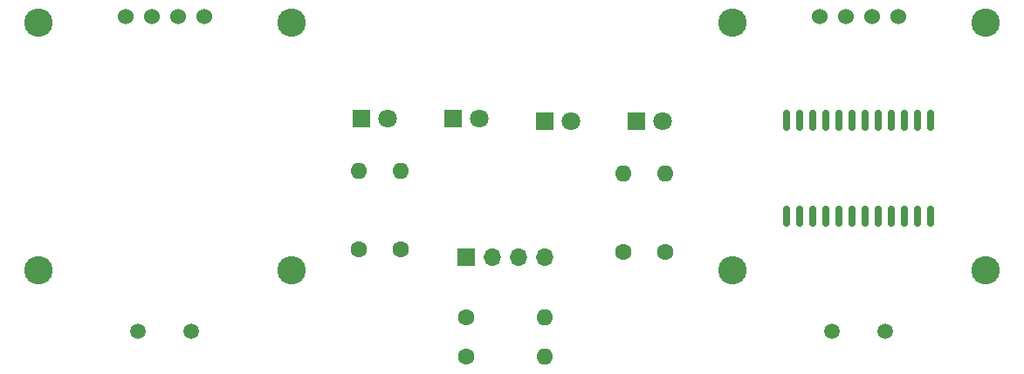
<source format=gbr>
%TF.GenerationSoftware,KiCad,Pcbnew,(6.0.5)*%
%TF.CreationDate,2022-08-06T13:23:44-04:00*%
%TF.ProjectId,RICM Greenpower Instrument Cluster,5249434d-2047-4726-9565-6e706f776572,rev?*%
%TF.SameCoordinates,Original*%
%TF.FileFunction,Soldermask,Bot*%
%TF.FilePolarity,Negative*%
%FSLAX46Y46*%
G04 Gerber Fmt 4.6, Leading zero omitted, Abs format (unit mm)*
G04 Created by KiCad (PCBNEW (6.0.5)) date 2022-08-06 13:23:44*
%MOMM*%
%LPD*%
G01*
G04 APERTURE LIST*
G04 Aperture macros list*
%AMRoundRect*
0 Rectangle with rounded corners*
0 $1 Rounding radius*
0 $2 $3 $4 $5 $6 $7 $8 $9 X,Y pos of 4 corners*
0 Add a 4 corners polygon primitive as box body*
4,1,4,$2,$3,$4,$5,$6,$7,$8,$9,$2,$3,0*
0 Add four circle primitives for the rounded corners*
1,1,$1+$1,$2,$3*
1,1,$1+$1,$4,$5*
1,1,$1+$1,$6,$7*
1,1,$1+$1,$8,$9*
0 Add four rect primitives between the rounded corners*
20,1,$1+$1,$2,$3,$4,$5,0*
20,1,$1+$1,$4,$5,$6,$7,0*
20,1,$1+$1,$6,$7,$8,$9,0*
20,1,$1+$1,$8,$9,$2,$3,0*%
G04 Aperture macros list end*
%ADD10C,1.500000*%
%ADD11C,1.600000*%
%ADD12O,1.600000X1.600000*%
%ADD13R,1.800000X1.800000*%
%ADD14C,1.800000*%
%ADD15R,1.700000X1.700000*%
%ADD16O,1.700000X1.700000*%
%ADD17C,2.750000*%
%ADD18C,1.524000*%
%ADD19RoundRect,0.150000X-0.150000X0.875000X-0.150000X-0.875000X0.150000X-0.875000X0.150000X0.875000X0*%
G04 APERTURE END LIST*
D10*
%TO.C,SW2*%
X83846600Y-30516000D03*
X78690400Y-30516000D03*
%TD*%
D11*
%TO.C,R3*%
X36830000Y-22606000D03*
D12*
X36830000Y-14986000D03*
%TD*%
D13*
%TO.C,D3*%
X41910000Y-9875000D03*
D14*
X44450000Y-9875000D03*
%TD*%
D10*
%TO.C,SW1*%
X16536600Y-30516000D03*
X11380400Y-30516000D03*
%TD*%
D13*
%TO.C,D1*%
X59690000Y-10160000D03*
D14*
X62230000Y-10160000D03*
%TD*%
D15*
%TO.C,J1*%
X43190000Y-23360000D03*
D16*
X45730000Y-23360000D03*
X48270000Y-23360000D03*
X50810000Y-23360000D03*
%TD*%
D11*
%TO.C,R1*%
X62484000Y-22860000D03*
D12*
X62484000Y-15240000D03*
%TD*%
D13*
%TO.C,D2*%
X50800000Y-10160000D03*
D14*
X53340000Y-10160000D03*
%TD*%
D11*
%TO.C,R6*%
X43180000Y-29210000D03*
D12*
X50800000Y-29210000D03*
%TD*%
D17*
%TO.C,DS2*%
X1720000Y-24605000D03*
X26220000Y-605000D03*
X26220000Y-24605000D03*
X1720000Y-605000D03*
D18*
X10160000Y65000D03*
X12700000Y65000D03*
X15240000Y65000D03*
X17780000Y65000D03*
%TD*%
D11*
%TO.C,R4*%
X32766000Y-22606000D03*
D12*
X32766000Y-14986000D03*
%TD*%
D11*
%TO.C,R2*%
X58420000Y-22860000D03*
D12*
X58420000Y-15240000D03*
%TD*%
D11*
%TO.C,R5*%
X43180000Y-33020000D03*
D12*
X50800000Y-33020000D03*
%TD*%
D17*
%TO.C,DS1*%
X69030000Y-605000D03*
X93530000Y-605000D03*
X93530000Y-24605000D03*
X69030000Y-24605000D03*
D18*
X77470000Y65000D03*
X80010000Y65000D03*
X82550000Y65000D03*
X85090000Y65000D03*
%TD*%
D13*
%TO.C,D4*%
X33020000Y-9875000D03*
D14*
X35560000Y-9875000D03*
%TD*%
D19*
%TO.C,U1*%
X74295000Y-10082000D03*
X75565000Y-10082000D03*
X76835000Y-10082000D03*
X78105000Y-10082000D03*
X79375000Y-10082000D03*
X80645000Y-10082000D03*
X81915000Y-10082000D03*
X83185000Y-10082000D03*
X84455000Y-10082000D03*
X85725000Y-10082000D03*
X86995000Y-10082000D03*
X88265000Y-10082000D03*
X88265000Y-19382000D03*
X86995000Y-19382000D03*
X85725000Y-19382000D03*
X84455000Y-19382000D03*
X83185000Y-19382000D03*
X81915000Y-19382000D03*
X80645000Y-19382000D03*
X79375000Y-19382000D03*
X78105000Y-19382000D03*
X76835000Y-19382000D03*
X75565000Y-19382000D03*
X74295000Y-19382000D03*
%TD*%
M02*

</source>
